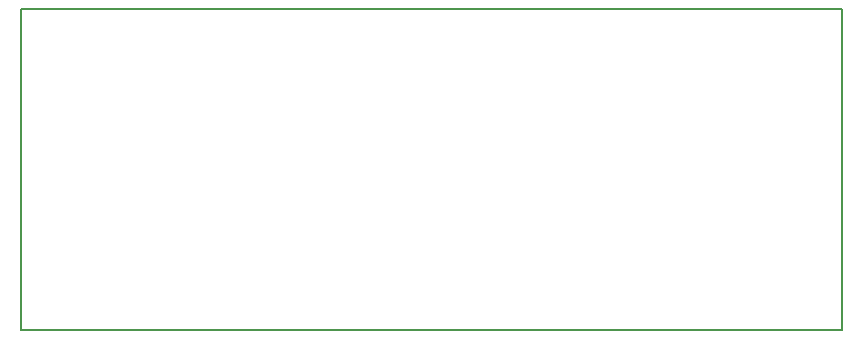
<source format=gbr>
G04 #@! TF.GenerationSoftware,KiCad,Pcbnew,(5.1.5-0-10_14)*
G04 #@! TF.CreationDate,2020-06-28T15:17:39+02:00*
G04 #@! TF.ProjectId,ESP8266-PowerMonitor,45535038-3236-4362-9d50-6f7765724d6f,rev?*
G04 #@! TF.SameCoordinates,Original*
G04 #@! TF.FileFunction,Profile,NP*
%FSLAX46Y46*%
G04 Gerber Fmt 4.6, Leading zero omitted, Abs format (unit mm)*
G04 Created by KiCad (PCBNEW (5.1.5-0-10_14)) date 2020-06-28 15:17:39*
%MOMM*%
%LPD*%
G04 APERTURE LIST*
%ADD10C,0.150000*%
G04 APERTURE END LIST*
D10*
X177100000Y-118000000D02*
X177100000Y-90800000D01*
X107600000Y-118000000D02*
X107600000Y-90800000D01*
X107600000Y-118000000D02*
X177100000Y-118000000D01*
X107600000Y-90800000D02*
X177100000Y-90800000D01*
M02*

</source>
